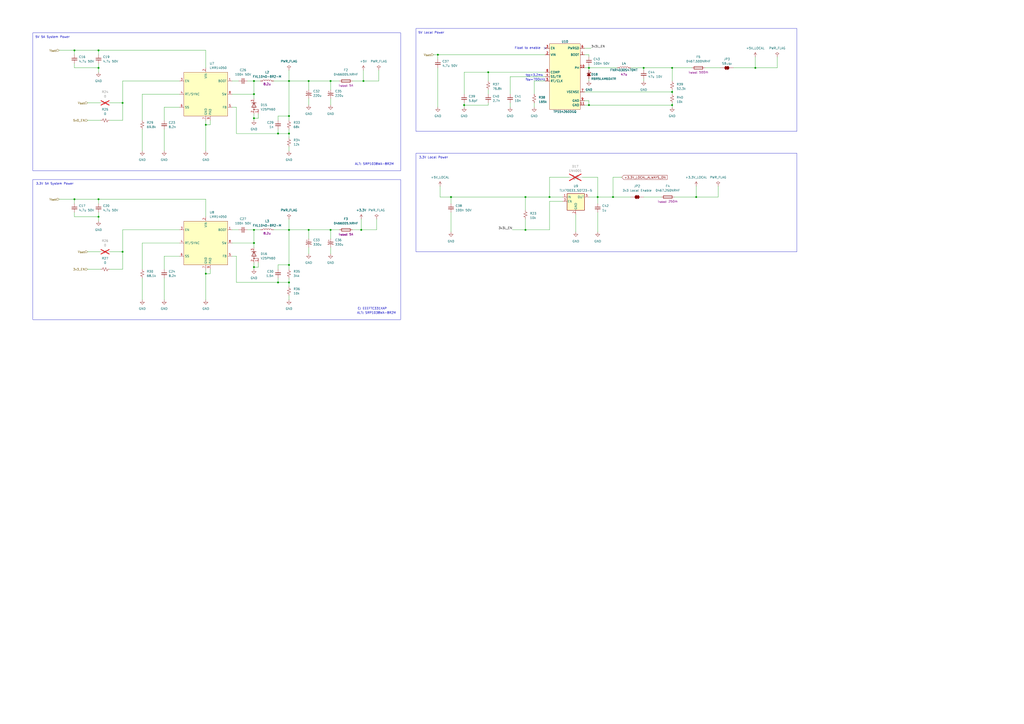
<source format=kicad_sch>
(kicad_sch (version 20231120) (generator "eeschema") (generator_version "8.0")
  (paper "A2")
  (title_block (title "Power Board") (date "2025-01-20") (rev "1.1") (company "SSL A-Team") (comment 1 "Will Stuckey"))
  (lib_symbols
    (symbol "AT-PowerIC:LMR14050"
      (property "Reference" "U" (at -11.684 -14.478 0))
      (property "Value" "LMR14050" (at 0 4.064 0))
      (symbol "LMR14050_1_1"
        (rectangle (start -12.7 12.7) (end 12.7 -12.7) (fill (type background)))
        (pin bidirectional line (at 15.24 7.62 180) (length 2.54) (name "BOOT") (number "1"))
        (pin power_in line (at 0 15.24 270) (length 2.54) (name "VIN") (number "2"))
        (pin input line (at -15.24 7.62 0) (length 2.54) (name "EN") (number "3"))
        (pin input line (at -15.24 0 0) (length 2.54) (name "RT/SYNC") (number "4"))
        (pin input line (at 15.24 -7.62 180) (length 2.54) (name "FB") (number "5"))
        (pin bidirectional line (at -15.24 -7.62 0) (length 2.54) (name "SS") (number "6"))
        (pin power_in line (at 0 -15.24 90) (length 2.54) (name "GND") (number "7"))
        (pin bidirectional line (at 15.24 0 180) (length 2.54) (name "SW") (number "8"))
        (pin power_in line (at 2.54 -15.24 90) (length 2.54) (name "PAD") (number "9"))
      )
    )
    (symbol "AT-PowerIC:TPS54260DGQ"
      (property "Reference" "U" (at 0 21.59 0))
      (property "Value" "TPS54260DGQ" (at 0 -21.59 0))
      (symbol "TPS54260DGQ_0_1"
        (rectangle (start -8.89 19.05) (end 8.89 -19.05) (fill (type background)))
      )
      (symbol "TPS54260DGQ_1_1"
        (pin output line (at 11.43 12.7 180) (length 2.54) (name "BOOT") (number "1"))
        (pin power_out line (at 11.43 5.08 180) (length 2.54) (name "PH") (number "10"))
        (pin power_in line (at 11.43 -16.51 180) (length 2.54) (name "GND") (number "11"))
        (pin power_in line (at -11.43 12.7 0) (length 2.54) (name "VIN") (number "2"))
        (pin input line (at -11.43 16.51 0) (length 2.54) (name "EN") (number "3"))
        (pin input line (at -11.43 0 0) (length 2.54) (name "SS/TR") (number "4"))
        (pin input line (at -11.43 -2.54 0) (length 2.54) (name "RT/CLK") (number "5"))
        (pin open_collector line (at 11.43 16.51 180) (length 2.54) (name "PWRGD") (number "6"))
        (pin input line (at 11.43 -8.89 180) (length 2.54) (name "VSENSE") (number "7"))
        (pin output line (at -11.43 2.54 0) (length 2.54) (name "COMP") (number "8"))
        (pin power_in line (at 11.43 -13.97 180) (length 2.54) (name "GND") (number "9"))
      )
    )
    (symbol "Device:C_Polarized_Small_US" (pin_numbers hide) (pin_names (offset 0.254) hide)
      (property "Reference" "C" (at 0.254 1.778 0))
      (property "Value" "C_Polarized_Small_US" (at 0.254 -2.032 0))
      (symbol "C_Polarized_Small_US_0_1"
        (polyline (pts (xy -1.524 0.508) (xy 1.524 0.508)) (stroke (width 0.3048)))
        (polyline (pts (xy -1.27 1.524) (xy -0.762 1.524)))
        (polyline (pts (xy -1.016 1.27) (xy -1.016 1.778)))
        (arc (start 1.524 -0.762) (mid 0 -0.3734) (end -1.524 -0.762) (stroke (width 0.3048)))
      )
      (symbol "C_Polarized_Small_US_1_1"
        (pin passive line (at 0 2.54 270) (length 2.032) (name "~") (number "1"))
        (pin passive line (at 0 -2.54 90) (length 2.032) (name "~") (number "2"))
      )
    )
    (symbol "Device:C_Small" (pin_numbers hide) (pin_names (offset 0.254) hide)
      (property "Reference" "C" (at 0.254 1.778 0))
      (property "Value" "C_Small" (at 0.254 -2.032 0))
      (symbol "C_Small_0_1"
        (polyline (pts (xy -1.524 -0.508) (xy 1.524 -0.508)) (stroke (width 0.3302)))
        (polyline (pts (xy -1.524 0.508) (xy 1.524 0.508)) (stroke (width 0.3048)))
      )
      (symbol "C_Small_1_1"
        (pin passive line (at 0 2.54 270) (length 2.032) (name "~") (number "1"))
        (pin passive line (at 0 -2.54 90) (length 2.032) (name "~") (number "2"))
      )
    )
    (symbol "Device:D_AAK" (pin_names (offset 0) hide)
      (property "Reference" "D" (at 0 2.54 0))
      (property "Value" "D_AAK" (at 0 -2.54 0))
      (symbol "D_AAK_0_1"
        (polyline (pts (xy -1.27 1.27) (xy -1.27 -1.27)) (stroke (width 0.254)))
        (polyline (pts (xy 1.27 1.27) (xy 1.27 -1.27) (xy -1.27 0) (xy 1.27 1.27)) (stroke (width 0.254)))
        (polyline (pts (xy 3.81 2.54) (xy 2.54 2.54) (xy 2.54 0) (xy -1.27 0)))
        (circle (center 2.54 0) (radius 0.254) (fill (type outline)))
      )
      (symbol "D_AAK_1_1"
        (pin passive line (at 5.08 2.54 180) (length 2.54) (name "A") (number "1"))
        (pin passive line (at 5.08 0 180) (length 2.54) (name "A") (number "2"))
        (pin passive line (at -3.81 0 0) (length 2.54) (name "K") (number "3"))
      )
    )
    (symbol "Device:D_Schottky" (pin_numbers hide) (pin_names (offset 1.016) hide)
      (property "Reference" "D" (at 0 2.54 0))
      (property "Value" "D_Schottky" (at 0 -2.54 0))
      (symbol "D_Schottky_0_1"
        (polyline (pts (xy 1.27 0) (xy -1.27 0)))
        (polyline (pts (xy 1.27 1.27) (xy 1.27 -1.27) (xy -1.27 0) (xy 1.27 1.27)) (stroke (width 0.254)))
        (polyline (pts (xy -1.905 0.635) (xy -1.905 1.27) (xy -1.27 1.27) (xy -1.27 -1.27) (xy -0.635 -1.27) (xy -0.635 -0.635)) (stroke (width 0.254)))
      )
      (symbol "D_Schottky_1_1"
        (pin passive line (at -3.81 0 0) (length 2.54) (name "K") (number "1"))
        (pin passive line (at 3.81 0 180) (length 2.54) (name "A") (number "2"))
      )
    )
    (symbol "Device:D_Schottky_Small_Filled" (pin_numbers hide) (pin_names (offset 0.254) hide)
      (property "Reference" "D" (at -1.27 2.032 0))
      (property "Value" "D_Schottky_Small_Filled" (at -7.112 -2.032 0))
      (symbol "D_Schottky_Small_Filled_0_1"
        (polyline (pts (xy -0.762 0) (xy 0.762 0)))
        (polyline (pts (xy 0.762 -1.016) (xy -0.762 0) (xy 0.762 1.016) (xy 0.762 -1.016)) (stroke (width 0.254)) (fill (type outline)))
        (polyline (pts (xy -1.27 0.762) (xy -1.27 1.016) (xy -0.762 1.016) (xy -0.762 -1.016) (xy -0.254 -1.016) (xy -0.254 -0.762)) (stroke (width 0.254)))
      )
      (symbol "D_Schottky_Small_Filled_1_1"
        (pin passive line (at -2.54 0 0) (length 1.778) (name "K") (number "1"))
        (pin passive line (at 2.54 0 180) (length 1.778) (name "A") (number "2"))
      )
    )
    (symbol "Device:Fuse" (pin_numbers hide) (pin_names (offset 0))
      (property "Reference" "F" (at 2.032 0 90))
      (property "Value" "Fuse" (at -1.905 0 90))
      (symbol "Fuse_0_1"
        (rectangle (start -0.762 -2.54) (end 0.762 2.54) (stroke (width 0.254)))
        (polyline (pts (xy 0 2.54) (xy 0 -2.54)))
      )
      (symbol "Fuse_1_1"
        (pin passive line (at 0 3.81 270) (length 1.27) (name "~") (number "1"))
        (pin passive line (at 0 -3.81 90) (length 1.27) (name "~") (number "2"))
      )
    )
    (symbol "Device:L" (pin_numbers hide) (pin_names (offset 1.016) hide)
      (property "Reference" "L" (at -1.27 0 90))
      (property "Value" "L" (at 1.905 0 90))
      (symbol "L_0_1"
        (arc (start 0 -2.54) (mid 0.6323 -1.905) (end 0 -1.27))
        (arc (start 0 -1.27) (mid 0.6323 -0.635) (end 0 0))
        (arc (start 0 0) (mid 0.6323 0.635) (end 0 1.27))
        (arc (start 0 1.27) (mid 0.6323 1.905) (end 0 2.54))
      )
      (symbol "L_1_1"
        (pin passive line (at 0 3.81 270) (length 1.27) (name "1") (number "1"))
        (pin passive line (at 0 -3.81 90) (length 1.27) (name "2") (number "2"))
      )
    )
    (symbol "Device:R_Small_US" (pin_numbers hide) (pin_names (offset 0.254) hide)
      (property "Reference" "R" (at 0.762 0.508 0))
      (property "Value" "R_Small_US" (at 0.762 -1.016 0))
      (symbol "R_Small_US_1_1"
        (polyline (pts (xy 0 0) (xy 1.016 -0.381) (xy 0 -0.762) (xy -1.016 -1.143) (xy 0 -1.524)))
        (polyline (pts (xy 0 1.524) (xy 1.016 1.143) (xy 0 0.762) (xy -1.016 0.381) (xy 0 0)))
        (pin passive line (at 0 2.54 270) (length 1.016) (name "~") (number "1"))
        (pin passive line (at 0 -2.54 90) (length 1.016) (name "~") (number "2"))
      )
    )
    (symbol "Jumper:SolderJumper_2_Bridged" (pin_numbers hide) (pin_names (offset 0) hide) (exclude_from_sim yes) (in_bom no)
      (property "Reference" "JP" (at 0 2.032 0))
      (property "Value" "SolderJumper_2_Bridged" (at 0 -2.54 0))
      (symbol "SolderJumper_2_Bridged_0_1"
        (rectangle (start -0.508 0.508) (end 0.508 -0.508) (fill (type outline)))
        (arc (start -0.254 1.016) (mid -1.2656 0) (end -0.254 -1.016))
        (arc (start -0.254 1.016) (mid -1.2656 0) (end -0.254 -1.016) (fill (type outline)))
        (polyline (pts (xy -0.254 1.016) (xy -0.254 -1.016)))
        (polyline (pts (xy 0.254 1.016) (xy 0.254 -1.016)))
        (arc (start 0.254 -1.016) (mid 1.2656 0) (end 0.254 1.016))
        (arc (start 0.254 -1.016) (mid 1.2656 0) (end 0.254 1.016) (fill (type outline)))
      )
      (symbol "SolderJumper_2_Bridged_1_1"
        (pin passive line (at -3.81 0 0) (length 2.54) (name "A") (number "1"))
        (pin passive line (at 3.81 0 180) (length 2.54) (name "B") (number "2"))
      )
    )
    (symbol "Regulator_Linear:TLV70033_SOT23-5" (pin_names (offset 0.254))
      (property "Reference" "U" (at -3.81 5.715 0))
      (property "Value" "TLV70033_SOT23-5" (at 0 5.715 0))
      (symbol "TLV70033_SOT23-5_0_1"
        (rectangle (start -5.08 4.445) (end 5.08 -5.08) (stroke (width 0.254)) (fill (type background)))
      )
      (symbol "TLV70033_SOT23-5_1_1"
        (pin power_in line (at -7.62 2.54 0) (length 2.54) (name "IN") (number "1"))
        (pin power_in line (at 0 -7.62 90) (length 2.54) (name "GND") (number "2"))
        (pin input line (at -7.62 0 0) (length 2.54) (name "EN") (number "3"))
        (pin no_connect line (at 5.08 0 180) (length 2.54) hide (name "NC") (number "4"))
        (pin power_out line (at 7.62 2.54 180) (length 2.54) (name "OUT") (number "5"))
      )
    )
    (symbol "power:+3.3V" (power) (pin_numbers hide) (pin_names (offset 0) hide)
      (property "Value" "+3.3V" (at 0 3.556 0))
      (symbol "+3.3V_0_1"
        (polyline (pts (xy -0.762 1.27) (xy 0 2.54)))
        (polyline (pts (xy 0 0) (xy 0 2.54)))
        (polyline (pts (xy 0 2.54) (xy 0.762 1.27)))
      )
      (symbol "+3.3V_1_1"
        (pin power_in line (at 0 0 90) (length 0) (name "~") (number "1"))
      )
    )
    (symbol "power:+5V" (power) (pin_numbers hide) (pin_names (offset 0) hide)
      (property "Value" "+5V" (at 0 3.556 0))
      (symbol "+5V_0_1"
        (polyline (pts (xy -0.762 1.27) (xy 0 2.54)))
        (polyline (pts (xy 0 0) (xy 0 2.54)))
        (polyline (pts (xy 0 2.54) (xy 0.762 1.27)))
      )
      (symbol "+5V_1_1"
        (pin power_in line (at 0 0 90) (length 0) (name "~") (number "1"))
      )
    )
    (symbol "power:GND" (power) (pin_numbers hide) (pin_names (offset 0) hide)
      (property "Value" "GND" (at 0 -3.81 0))
      (symbol "GND_0_1"
        (polyline (pts (xy 0 0) (xy 0 -1.27) (xy 1.27 -1.27) (xy 0 -2.54) (xy -1.27 -1.27) (xy 0 -1.27)))
      )
      (symbol "GND_1_1"
        (pin power_in line (at 0 0 270) (length 0) (name "~") (number "1"))
      )
    )
    (symbol "power:PWR_FLAG" (power) (pin_numbers hide) (pin_names (offset 0) hide)
      (property "Value" "PWR_FLAG" (at 0 3.81 0))
      (symbol "PWR_FLAG_0_0"
        (pin power_out line (at 0 0 90) (length 0) (name "pwr") (number "1"))
      )
      (symbol "PWR_FLAG_0_1"
        (polyline (pts (xy 0 0) (xy 0 1.27) (xy -1.016 1.905) (xy 0 2.54) (xy 1.016 1.905) (xy 0 1.27)))
      )
    )
  )
  (junction (at 210.82 46.99))
  (junction (at 147.32 46.99))
  (junction (at 389.89 39.37))
  (junction (at 179.07 46.99))
  (junction (at 403.86 114.3))
  (junction (at 147.32 133.35))
  (junction (at 261.62 114.3))
  (junction (at 389.89 53.34))
  (junction (at 346.71 114.3))
  (junction (at 167.64 46.99))
  (junction (at 209.55 133.35))
  (junction (at 57.15 125.73))
  (junction (at 304.8 114.3))
  (junction (at 341.63 39.37))
  (junction (at 71.12 146.05))
  (junction (at 57.15 39.37))
  (junction (at 373.38 39.37))
  (junction (at 161.29 163.83))
  (junction (at 438.15 39.37))
  (junction (at 254 31.75))
  (junction (at 147.32 54.61))
  (junction (at 167.64 163.83))
  (junction (at 355.6 114.3))
  (junction (at 71.12 59.69))
  (junction (at 43.18 29.21))
  (junction (at 147.32 154.94))
  (junction (at 119.38 72.39))
  (junction (at 191.77 46.99))
  (junction (at 167.64 153.67))
  (junction (at 167.64 133.35))
  (junction (at 389.89 60.96))
  (junction (at 119.38 158.75))
  (junction (at 43.18 115.57))
  (junction (at 147.32 68.58))
  (junction (at 147.32 140.97))
  (junction (at 304.8 133.35))
  (junction (at 179.07 133.35))
  (junction (at 57.15 29.21))
  (junction (at 57.15 115.57))
  (junction (at 161.29 77.47))
  (junction (at 283.21 41.91))
  (junction (at 167.64 67.31))
  (junction (at 191.77 133.35))
  (junction (at 269.24 60.96))
  (junction (at 341.63 60.96))
  (junction (at 318.77 114.3))
  (junction (at 167.64 77.47))
  (no_connect (at 316.23 27.94))
  (wire (pts (xy 71.12 59.69) (xy 71.12 69.85)))
  (wire (pts (xy 269.24 59.69) (xy 269.24 60.96)))
  (wire (pts (xy 57.15 125.73) (xy 43.18 125.73)))
  (wire (pts (xy 191.77 133.35) (xy 196.85 133.35)))
  (wire (pts (xy 318.77 102.87) (xy 318.77 114.3)))
  (wire (pts (xy 255.27 114.3) (xy 261.62 114.3)))
  (wire (pts (xy 167.64 133.35) (xy 158.75 133.35)))
  (wire (pts (xy 167.64 127) (xy 167.64 133.35)))
  (wire (pts (xy 342.9 27.94) (xy 339.09 27.94)))
  (wire (pts (xy 121.92 72.39) (xy 119.38 72.39)))
  (wire (pts (xy 161.29 74.93) (xy 161.29 77.47)))
  (wire (pts (xy 179.07 52.07) (xy 179.07 46.99)))
  (wire (pts (xy 438.15 33.02) (xy 438.15 39.37)))
  (wire (pts (xy 71.12 133.35) (xy 71.12 146.05)))
  (wire (pts (xy 339.09 39.37) (xy 341.63 39.37)))
  (wire (pts (xy 71.12 69.85) (xy 63.5 69.85)))
  (wire (pts (xy 43.18 115.57) (xy 57.15 115.57)))
  (wire (pts (xy 71.12 146.05) (xy 71.12 156.21)))
  (wire (pts (xy 158.75 46.99) (xy 167.64 46.99)))
  (wire (pts (xy 137.16 77.47) (xy 137.16 62.23)))
  (wire (pts (xy 82.55 161.29) (xy 82.55 173.99)))
  (wire (pts (xy 167.64 133.35) (xy 167.64 153.67)))
  (wire (pts (xy 346.71 114.3) (xy 355.6 114.3)))
  (wire (pts (xy 161.29 69.85) (xy 161.29 67.31)))
  (wire (pts (xy 167.64 163.83) (xy 167.64 166.37)))
  (wire (pts (xy 179.07 46.99) (xy 191.77 46.99)))
  (wire (pts (xy 57.15 29.21) (xy 57.15 31.75)))
  (wire (pts (xy 147.32 54.61) (xy 147.32 57.15)))
  (wire (pts (xy 167.64 161.29) (xy 167.64 163.83)))
  (wire (pts (xy 57.15 39.37) (xy 57.15 41.91)))
  (wire (pts (xy 416.56 107.95) (xy 416.56 114.3)))
  (wire (pts (xy 309.88 46.99) (xy 316.23 46.99)))
  (wire (pts (xy 191.77 52.07) (xy 191.77 46.99)))
  (wire (pts (xy 167.64 153.67) (xy 167.64 156.21)))
  (wire (pts (xy 147.32 152.4) (xy 147.32 154.94)))
  (wire (pts (xy 50.8 69.85) (xy 58.42 69.85)))
  (wire (pts (xy 167.64 85.09) (xy 167.64 87.63)))
  (wire (pts (xy 137.16 148.59) (xy 134.62 148.59)))
  (wire (pts (xy 161.29 156.21) (xy 161.29 153.67)))
  (wire (pts (xy 403.86 114.3) (xy 416.56 114.3)))
  (wire (pts (xy 389.89 39.37) (xy 401.32 39.37)))
  (wire (pts (xy 147.32 133.35) (xy 151.13 133.35)))
  (wire (pts (xy 341.63 38.1) (xy 341.63 39.37)))
  (wire (pts (xy 254 31.75) (xy 316.23 31.75)))
  (wire (pts (xy 389.89 53.34) (xy 389.89 54.61)))
  (wire (pts (xy 137.16 62.23) (xy 134.62 62.23)))
  (wire (pts (xy 346.71 114.3) (xy 346.71 118.11)))
  (wire (pts (xy 121.92 69.85) (xy 121.92 72.39)))
  (wire (pts (xy 147.32 66.04) (xy 147.32 68.58)))
  (wire (pts (xy 389.89 59.69) (xy 389.89 60.96)))
  (wire (pts (xy 95.25 62.23) (xy 95.25 69.85)))
  (wire (pts (xy 355.6 102.87) (xy 355.6 114.3)))
  (wire (pts (xy 318.77 133.35) (xy 318.77 116.84)))
  (wire (pts (xy 309.88 54.61) (xy 309.88 46.99)))
  (wire (pts (xy 209.55 127) (xy 209.55 133.35)))
  (wire (pts (xy 71.12 156.21) (xy 63.5 156.21)))
  (wire (pts (xy 57.15 115.57) (xy 119.38 115.57)))
  (wire (pts (xy 161.29 161.29) (xy 161.29 163.83)))
  (wire (pts (xy 341.63 39.37) (xy 358.14 39.37)))
  (wire (pts (xy 219.71 46.99) (xy 210.82 46.99)))
  (wire (pts (xy 283.21 59.69) (xy 283.21 60.96)))
  (wire (pts (xy 119.38 156.21) (xy 119.38 158.75)))
  (wire (pts (xy 254 31.75) (xy 254 34.29)))
  (wire (pts (xy 309.88 59.69) (xy 309.88 62.23)))
  (wire (pts (xy 82.55 54.61) (xy 104.14 54.61)))
  (wire (pts (xy 134.62 46.99) (xy 138.43 46.99)))
  (wire (pts (xy 360.68 102.87) (xy 355.6 102.87)))
  (wire (pts (xy 179.07 57.15) (xy 179.07 60.96)))
  (wire (pts (xy 43.18 125.73) (xy 43.18 123.19)))
  (wire (pts (xy 57.15 29.21) (xy 119.38 29.21)))
  (wire (pts (xy 355.6 114.3) (xy 365.76 114.3)))
  (wire (pts (xy 167.64 46.99) (xy 167.64 67.31)))
  (wire (pts (xy 167.64 46.99) (xy 179.07 46.99)))
  (wire (pts (xy 295.91 59.69) (xy 295.91 62.23)))
  (wire (pts (xy 373.38 45.72) (xy 373.38 46.99)))
  (wire (pts (xy 134.62 140.97) (xy 147.32 140.97)))
  (wire (pts (xy 341.63 45.72) (xy 341.63 46.99)))
  (wire (pts (xy 373.38 39.37) (xy 373.38 40.64)))
  (wire (pts (xy 318.77 114.3) (xy 326.39 114.3)))
  (wire (pts (xy 147.32 154.94) (xy 149.86 154.94)))
  (wire (pts (xy 254 39.37) (xy 254 62.23)))
  (wire (pts (xy 450.85 33.02) (xy 450.85 39.37)))
  (wire (pts (xy 389.89 60.96) (xy 389.89 62.23)))
  (wire (pts (xy 119.38 158.75) (xy 119.38 173.99)))
  (wire (pts (xy 57.15 125.73) (xy 57.15 128.27)))
  (wire (pts (xy 134.62 133.35) (xy 138.43 133.35)))
  (wire (pts (xy 295.91 44.45) (xy 316.23 44.45)))
  (wire (pts (xy 191.77 138.43) (xy 191.77 133.35)))
  (wire (pts (xy 147.32 140.97) (xy 147.32 133.35)))
  (wire (pts (xy 43.18 115.57) (xy 43.18 118.11)))
  (wire (pts (xy 167.64 74.93) (xy 167.64 77.47)))
  (wire (pts (xy 119.38 115.57) (xy 119.38 125.73)))
  (wire (pts (xy 95.25 161.29) (xy 95.25 173.99)))
  (wire (pts (xy 346.71 114.3) (xy 341.63 114.3)))
  (wire (pts (xy 161.29 163.83) (xy 167.64 163.83)))
  (wire (pts (xy 304.8 133.35) (xy 318.77 133.35)))
  (wire (pts (xy 179.07 143.51) (xy 179.07 147.32)))
  (wire (pts (xy 425.45 39.37) (xy 438.15 39.37)))
  (wire (pts (xy 43.18 29.21) (xy 57.15 29.21)))
  (wire (pts (xy 34.29 29.21) (xy 43.18 29.21)))
  (wire (pts (xy 316.23 41.91) (xy 283.21 41.91)))
  (wire (pts (xy 57.15 39.37) (xy 43.18 39.37)))
  (wire (pts (xy 119.38 72.39) (xy 119.38 87.63)))
  (wire (pts (xy 283.21 41.91) (xy 283.21 46.99)))
  (wire (pts (xy 255.27 107.95) (xy 255.27 114.3)))
  (wire (pts (xy 218.44 127) (xy 218.44 133.35)))
  (wire (pts (xy 137.16 77.47) (xy 161.29 77.47)))
  (wire (pts (xy 71.12 46.99) (xy 104.14 46.99)))
  (wire (pts (xy 167.64 77.47) (xy 167.64 80.01)))
  (wire (pts (xy 304.8 114.3) (xy 304.8 121.92)))
  (wire (pts (xy 167.64 133.35) (xy 179.07 133.35)))
  (wire (pts (xy 147.32 46.99) (xy 151.13 46.99)))
  (wire (pts (xy 210.82 46.99) (xy 204.47 46.99)))
  (wire (pts (xy 339.09 31.75) (xy 341.63 31.75)))
  (wire (pts (xy 297.18 133.35) (xy 304.8 133.35)))
  (wire (pts (xy 219.71 40.64) (xy 219.71 46.99)))
  (wire (pts (xy 330.2 102.87) (xy 318.77 102.87)))
  (wire (pts (xy 161.29 67.31) (xy 167.64 67.31)))
  (wire (pts (xy 408.94 39.37) (xy 417.83 39.37)))
  (wire (pts (xy 209.55 133.35) (xy 204.47 133.35)))
  (wire (pts (xy 134.62 54.61) (xy 147.32 54.61)))
  (wire (pts (xy 63.5 146.05) (xy 71.12 146.05)))
  (wire (pts (xy 167.64 67.31) (xy 167.64 69.85)))
  (wire (pts (xy 149.86 66.04) (xy 149.86 68.58)))
  (wire (pts (xy 82.55 140.97) (xy 104.14 140.97)))
  (wire (pts (xy 269.24 60.96) (xy 269.24 62.23)))
  (wire (pts (xy 389.89 39.37) (xy 389.89 46.99)))
  (wire (pts (xy 339.09 53.34) (xy 389.89 53.34)))
  (wire (pts (xy 251.46 31.75) (xy 254 31.75)))
  (wire (pts (xy 43.18 39.37) (xy 43.18 36.83)))
  (wire (pts (xy 43.18 29.21) (xy 43.18 31.75)))
  (wire (pts (xy 147.32 68.58) (xy 147.32 69.85)))
  (wire (pts (xy 295.91 44.45) (xy 295.91 54.61)))
  (wire (pts (xy 304.8 114.3) (xy 318.77 114.3)))
  (wire (pts (xy 218.44 133.35) (xy 209.55 133.35)))
  (wire (pts (xy 147.32 140.97) (xy 147.32 143.51)))
  (wire (pts (xy 341.63 60.96) (xy 389.89 60.96)))
  (wire (pts (xy 341.63 58.42) (xy 341.63 60.96)))
  (wire (pts (xy 50.8 59.69) (xy 58.42 59.69)))
  (wire (pts (xy 167.64 40.64) (xy 167.64 46.99)))
  (wire (pts (xy 121.92 156.21) (xy 121.92 158.75)))
  (wire (pts (xy 161.29 153.67) (xy 167.64 153.67)))
  (wire (pts (xy 50.8 156.21) (xy 58.42 156.21)))
  (wire (pts (xy 95.25 74.93) (xy 95.25 87.63)))
  (wire (pts (xy 346.71 123.19) (xy 346.71 134.62)))
  (wire (pts (xy 389.89 52.07) (xy 389.89 53.34)))
  (wire (pts (xy 149.86 152.4) (xy 149.86 154.94)))
  (wire (pts (xy 147.32 133.35) (xy 143.51 133.35)))
  (wire (pts (xy 269.24 41.91) (xy 269.24 54.61)))
  (wire (pts (xy 334.01 124.46) (xy 334.01 134.62)))
  (wire (pts (xy 365.76 39.37) (xy 373.38 39.37)))
  (wire (pts (xy 210.82 40.64) (xy 210.82 46.99)))
  (wire (pts (xy 318.77 116.84) (xy 326.39 116.84)))
  (wire (pts (xy 161.29 77.47) (xy 167.64 77.47)))
  (wire (pts (xy 261.62 123.19) (xy 261.62 134.62)))
  (wire (pts (xy 71.12 46.99) (xy 71.12 59.69)))
  (wire (pts (xy 104.14 148.59) (xy 95.25 148.59)))
  (wire (pts (xy 104.14 62.23) (xy 95.25 62.23)))
  (wire (pts (xy 119.38 29.21) (xy 119.38 39.37)))
  (wire (pts (xy 57.15 36.83) (xy 57.15 39.37)))
  (wire (pts (xy 121.92 158.75) (xy 119.38 158.75)))
  (wire (pts (xy 167.64 171.45) (xy 167.64 173.99)))
  (wire (pts (xy 179.07 133.35) (xy 191.77 133.35)))
  (wire (pts (xy 391.16 114.3) (xy 403.86 114.3)))
  (wire (pts (xy 147.32 68.58) (xy 149.86 68.58)))
  (wire (pts (xy 63.5 59.69) (xy 71.12 59.69)))
  (wire (pts (xy 269.24 41.91) (xy 283.21 41.91)))
  (wire (pts (xy 137.16 163.83) (xy 161.29 163.83)))
  (wire (pts (xy 147.32 46.99) (xy 143.51 46.99)))
  (wire (pts (xy 82.55 69.85) (xy 82.55 54.61)))
  (wire (pts (xy 95.25 148.59) (xy 95.25 156.21)))
  (wire (pts (xy 403.86 114.3) (xy 403.86 107.95)))
  (wire (pts (xy 341.63 39.37) (xy 341.63 40.64)))
  (wire (pts (xy 82.55 156.21) (xy 82.55 140.97)))
  (wire (pts (xy 339.09 60.96) (xy 341.63 60.96)))
  (wire (pts (xy 82.55 74.93) (xy 82.55 87.63)))
  (wire (pts (xy 71.12 133.35) (xy 104.14 133.35)))
  (wire (pts (xy 147.32 54.61) (xy 147.32 46.99)))
  (wire (pts (xy 34.29 115.57) (xy 43.18 115.57)))
  (wire (pts (xy 179.07 138.43) (xy 179.07 133.35)))
  (wire (pts (xy 283.21 52.07) (xy 283.21 54.61)))
  (wire (pts (xy 57.15 115.57) (xy 57.15 118.11)))
  (wire (pts (xy 191.77 46.99) (xy 196.85 46.99)))
  (wire (pts (xy 373.38 39.37) (xy 389.89 39.37)))
  (wire (pts (xy 261.62 114.3) (xy 261.62 118.11)))
  (wire (pts (xy 57.15 123.19) (xy 57.15 125.73)))
  (wire (pts (xy 119.38 69.85) (xy 119.38 72.39)))
  (wire (pts (xy 191.77 57.15) (xy 191.77 60.96)))
  (wire (pts (xy 50.8 146.05) (xy 58.42 146.05)))
  (wire (pts (xy 337.82 102.87) (xy 346.71 102.87)))
  (wire (pts (xy 438.15 39.37) (xy 450.85 39.37)))
  (wire (pts (xy 341.63 31.75) (xy 341.63 33.02)))
  (wire (pts (xy 261.62 114.3) (xy 304.8 114.3)))
  (wire (pts (xy 147.32 154.94) (xy 147.32 156.21)))
  (wire (pts (xy 191.77 143.51) (xy 191.77 147.32)))
  (wire (pts (xy 346.71 102.87) (xy 346.71 114.3)))
  (wire (pts (xy 304.8 127) (xy 304.8 133.35)))
  (wire (pts (xy 137.16 163.83) (xy 137.16 148.59)))
  (wire (pts (xy 269.24 60.96) (xy 283.21 60.96)))
  (wire (pts (xy 373.38 114.3) (xy 383.54 114.3)))
  (wire (pts (xy 339.09 58.42) (xy 341.63 58.42)))
  (rectangle (start 241.3 88.9) (end 462.28 146.05))
  (rectangle (start 241.3 16.51) (end 462.28 76.2))
  (rectangle (start 19.05 104.14) (end 232.41 185.42))
  (rectangle (start 19.05 19.05) (end 232.41 99.06))
  (text "ALT: SRP1038WA-8R2M" (at 217.17 95.25 0) (effects (font (size 1.27 1.27))))
  (text "5V 5A System Power" (at 30.48 21.59 0) (effects (font (size 1.27 1.27))))
  (text "Float to enable" (at 306.07 27.94 0) (effects (font (size 1.27 1.27))))
  (text "C: EEEFTC331XAP" (at 215.9 179.07 0) (effects (font (size 1.27 1.27))))
  (text "3.3V 5A System Power\n" (at 31.75 106.68 0) (effects (font (size 1.27 1.27))))
  (text "f_{SW}=700kHz" (at 304.8 46.99 0) (effects (font (size 1.27 1.27)) (justify left bottom)))
  (text "ALT: SRP1038WA-8R2M" (at 218.44 181.61 0) (effects (font (size 1.27 1.27))))
  (text "3.3V Local Power" (at 251.46 91.44 0) (effects (font (size 1.27 1.27))))
  (text "t_{SS}=3.2ms" (at 304.8 44.45 0) (effects (font (size 1.27 1.27)) (justify left bottom)))
  (text "5V Local Power" (at 250.19 19.05 0) (effects (font (size 1.27 1.27))))
  (label "3v3L_EN" (at 342.9 27.94 0))
  (label "3v3L_EN" (at 297.18 133.35 180))
  (global_label "+3.3V_LOCAL_ALWAYS_ON" (shape input) (at 360.68 102.87 0) (property "Intersheetrefs" "${INTERSHEET_REFS}" (effects (hide yes))))
  (hierarchical_label "V_{batt}" (shape input) (at 50.8 59.69 180))
  (hierarchical_label "3v3_EN" (shape input) (at 50.8 156.21 180))
  (hierarchical_label "V_{batt}" (shape input) (at 50.8 146.05 180))
  (hierarchical_label "V_{batt}" (shape input) (at 251.46 31.75 180))
  (hierarchical_label "V_{batt}" (shape input) (at 34.29 29.21 180))
  (hierarchical_label "V_{batt}" (shape input) (at 34.29 115.57 180))
  (hierarchical_label "5v0_EN" (shape input) (at 50.8 69.85 180))
  (symbol (lib_id "Device:C_Small") (at 140.97 133.35 90) (mirror x) (unit 1)
    (property "Reference" "C27" (at 140.9763 127 90))
    (property "Value" "100n 50V" (at 140.9763 129.54 90))
    (property "Footprint" "Capacitor_SMD:C_0402_1005Metric" (effects (hide yes)))
  )
  (symbol (lib_id "Device:R_Small_US") (at 389.89 57.15 0) (unit 1)
    (property "Reference" "R40" (at 392.43 56.515 0) (effects (justify left)))
    (property "Value" "10k" (at 392.43 59.055 0) (effects (justify left)))
    (property "Footprint" "Resistor_SMD:R_0402_1005Metric" (effects (hide yes)))
  )
  (symbol (lib_id "Device:C_Small") (at 57.15 34.29 0) (mirror y) (unit 1)
    (property "Reference" "C19" (at 59.69 33.0262 0) (effects (justify right)))
    (property "Value" "4.7u 50V" (at 59.69 35.5662 0) (effects (justify right)))
    (property "Footprint" "Capacitor_SMD:C_0805_2012Metric" (effects (hide yes)))
  )
  (symbol (lib_id "Device:C_Small") (at 57.15 120.65 0) (mirror y) (unit 1)
    (property "Reference" "C20" (at 59.69 119.3862 0) (effects (justify right)))
    (property "Value" "4.7u 50V" (at 59.69 121.9262 0) (effects (justify right)))
    (property "Footprint" "Capacitor_SMD:C_0805_2012Metric" (effects (hide yes)))
  )
  (symbol (lib_id "Device:R_Small_US") (at 304.8 124.46 0) (unit 1)
    (property "Reference" "R23" (at 307.34 123.825 0) (effects (justify left)))
    (property "Value" "10k" (at 307.34 126.365 0) (effects (justify left)))
    (property "Footprint" "Resistor_SMD:R_0402_1005Metric" (effects (hide yes)))
  )
  (symbol (lib_id "Device:Fuse") (at 200.66 46.99 90) (unit 1)
    (property "Reference" "F2" (at 200.66 40.64 90))
    (property "Value" "0466005.NRHF" (at 200.66 43.18 90))
    (property "Footprint" "Fuse:Fuse_1206_3216Metric_Pad1.42x1.75mm_HandSolder" (effects (hide yes)))
    (property "Description" "Fuse" (effects (hide yes)))
    (property "I_{rated}" "5A" (at 200.66 49.53 90) (show_name yes))
  )
  (symbol (lib_id "power:GND") (at 82.55 87.63 0) (unit 1)
    (property "Reference" "#PWR058" (effects (hide yes)))
    (property "Value" "GND" (at 82.55 92.71 0))
    (property "Description" "Power symbol creates a global label with name \"GND\" , ground" (effects (hide yes)))
  )
  (symbol (lib_id "power:GND") (at 261.62 134.62 0) (unit 1)
    (property "Reference" "#PWR083" (effects (hide yes)))
    (property "Value" "GND" (at 261.62 139.954 0))
  )
  (symbol (lib_id "Device:D_AAK") (at 147.32 60.96 270) (unit 1)
    (property "Reference" "D15" (at 151.13 60.8964 90) (effects (justify left)))
    (property "Value" "V25PN60" (at 151.13 63.4364 90) (effects (justify left)))
    (property "Footprint" "Package_TO_SOT_SMD:TO-277A" (effects (hide yes)))
    (property "Description" "Diode, anode on pins 1 and 2" (effects (hide yes)))
  )
  (symbol (lib_id "power:+5V") (at 210.82 40.64 0) (unit 1)
    (property "Reference" "#PWR080" (effects (hide yes)))
    (property "Value" "+5V" (at 210.82 35.56 0))
    (property "Description" "Power symbol creates a global label with name \"+5V\"" (effects (hide yes)))
  )
  (symbol (lib_id "Device:R_Small_US") (at 60.96 156.21 90) (unit 1)
    (property "Reference" "R27" (at 60.96 149.86 90))
    (property "Value" "0" (at 60.96 152.4 90))
    (property "Footprint" "Resistor_SMD:R_0402_1005Metric" (effects (hide yes)))
    (property "Description" "Resistor, small US symbol" (effects (hide yes)))
  )
  (symbol (lib_id "Device:C_Small") (at 341.63 35.56 0) (unit 1)
    (property "Reference" "C43" (at 344.17 34.2962 0) (effects (justify left)))
    (property "Value" "100n 50V" (at 344.17 36.8362 0) (effects (justify left)))
    (property "Footprint" "Capacitor_SMD:C_0402_1005Metric" (effects (hide yes)))
  )
  (symbol (lib_id "AT-PowerIC:TPS54260DGQ") (at 327.66 44.45 0) (unit 1)
    (property "Reference" "U10" (at 327.66 24.13 0))
    (property "Value" "TPS54260DGQ" (at 327.66 64.77 0))
    (property "Footprint" "Package_SO:HVSSOP-10-1EP_3x3mm_P0.5mm_EP1.57x1.88mm" (effects (hide yes)))
  )
  (symbol (lib_id "Device:R_Small_US") (at 167.64 82.55 180) (unit 1)
    (property "Reference" "R34" (at 170.18 81.2799 0) (effects (justify right)))
    (property "Value" "12k" (at 170.18 83.8199 0) (effects (justify right)))
    (property "Footprint" "Resistor_SMD:R_0402_1005Metric" (effects (hide yes)))
    (property "Description" "Resistor, small US symbol" (effects (hide yes)))
  )
  (symbol (lib_id "Device:C_Small") (at 346.71 120.65 0) (mirror y) (unit 1)
    (property "Reference" "C42" (at 349.25 119.3862 0) (effects (justify right)))
    (property "Value" "1u" (at 349.25 121.9262 0) (effects (justify right)))
    (property "Footprint" "Capacitor_SMD:C_1206_3216Metric" (effects (hide yes)))
  )
  (symbol (lib_id "Device:C_Small") (at 261.62 120.65 0) (unit 1)
    (property "Reference" "C38" (at 264.16 119.3862 0) (effects (justify left)))
    (property "Value" "100n 50V" (at 264.16 121.9262 0) (effects (justify left)))
    (property "Footprint" "Capacitor_SMD:C_0402_1005Metric" (effects (hide yes)))
  )
  (symbol (lib_id "Device:C_Polarized_Small_US") (at 191.77 54.61 0) (unit 1)
    (property "Reference" "C35" (at 194.31 52.9081 0) (effects (justify left)))
    (property "Value" "220u" (at 194.31 55.4481 0) (effects (justify left)))
    (property "Footprint" "Capacitor_SMD:CP_Elec_6.3x5.8" (effects (hide yes)))
    (property "Datasheet" "https://industrial.panasonic.com/cdbs/www-data/pdf/RDE0000/ABA0000C1240.pdf" (effects (hide yes)))
    (property "Description" "Polarized capacitor, small US symbol" (effects (hide yes)))
    (property "C" "220u" (effects (hide yes)))
  )
  (symbol (lib_id "Device:C_Small") (at 269.24 57.15 0) (unit 1)
    (property "Reference" "C39" (at 271.78 55.8862 0) (effects (justify left)))
    (property "Value" "5.6pF" (at 271.78 58.4262 0) (effects (justify left)))
    (property "Footprint" "Capacitor_SMD:C_0402_1005Metric" (effects (hide yes)))
  )
  (symbol (lib_id "Device:R_Small_US") (at 60.96 146.05 90) (unit 1) (dnp yes)
    (property "Reference" "R26" (at 60.96 139.7 90))
    (property "Value" "0" (at 60.96 142.24 90))
    (property "Footprint" "Resistor_SMD:R_0402_1005Metric" (effects (hide yes)))
    (property "Description" "Resistor, small US symbol" (effects (hide yes)))
  )
  (symbol (lib_id "Device:C_Small") (at 373.38 43.18 0) (unit 1)
    (property "Reference" "C44" (at 375.92 41.9162 0) (effects (justify left)))
    (property "Value" "47u 10V" (at 375.92 44.4562 0) (effects (justify left)))
    (property "Footprint" "Capacitor_SMD:C_1210_3225Metric" (effects (hide yes)))
  )
  (symbol (lib_id "power:GND") (at 295.91 62.23 0) (unit 1)
    (property "Reference" "#PWR086" (effects (hide yes)))
    (property "Value" "GND" (at 295.91 67.31 0))
  )
  (symbol (lib_id "Device:C_Polarized_Small_US") (at 191.77 140.97 0) (unit 1)
    (property "Reference" "C36" (at 194.31 139.2681 0) (effects (justify left)))
    (property "Value" "330u" (at 194.31 141.8081 0) (effects (justify left)))
    (property "Footprint" "Capacitor_SMD:CP_Elec_6.3x7.7" (effects (hide yes)))
    (property "Datasheet" "https://api.pim.na.industrial.panasonic.com/file_stream/main/fileversion/3101" (effects (hide yes)))
    (property "Description" "Polarized capacitor, small US symbol" (effects (hide yes)))
  )
  (symbol (lib_id "power:GND") (at 269.24 62.23 0) (unit 1)
    (property "Reference" "#PWR084" (effects (hide yes)))
    (property "Value" "GND" (at 269.24 67.31 0))
  )
  (symbol (lib_id "power:PWR_FLAG") (at 416.56 107.95 0) (unit 1)
    (property "Reference" "#FLG09" (effects (hide yes)))
    (property "Value" "PWR_FLAG" (at 416.56 102.87 0))
  )
  (symbol (lib_id "power:GND") (at 119.38 87.63 0) (unit 1)
    (property "Reference" "#PWR064" (effects (hide yes)))
    (property "Value" "GND" (at 119.38 92.71 0))
    (property "Description" "Power symbol creates a global label with name \"GND\" , ground" (effects (hide yes)))
  )
  (symbol (lib_id "Device:D_AAK") (at 147.32 147.32 270) (unit 1)
    (property "Reference" "D16" (at 151.13 147.2564 90) (effects (justify left)))
    (property "Value" "V25PN60" (at 151.13 149.7964 90) (effects (justify left)))
    (property "Footprint" "Package_TO_SOT_SMD:TO-277A" (effects (hide yes)))
    (property "Description" "Diode, anode on pins 1 and 2" (effects (hide yes)))
  )
  (symbol (lib_id "power:GND") (at 147.32 156.21 0) (unit 1)
    (property "Reference" "#PWR068" (effects (hide yes)))
    (property "Value" "GND" (at 147.32 161.29 0))
    (property "Description" "Power symbol creates a global label with name \"GND\" , ground" (effects (hide yes)))
  )
  (symbol (lib_id "power:GND") (at 346.71 134.62 0) (mirror y) (unit 1)
    (property "Reference" "#PWR087" (effects (hide yes)))
    (property "Value" "GND" (at 346.71 139.954 0))
  )
  (symbol (lib_id "Device:R_Small_US") (at 283.21 49.53 0) (unit 1)
    (property "Reference" "R37" (at 285.75 48.895 0) (effects (justify left)))
    (property "Value" "76.8k" (at 285.75 51.435 0) (effects (justify left)))
    (property "Footprint" "Resistor_SMD:R_0402_1005Metric" (effects (hide yes)))
  )
  (symbol (lib_id "Device:Fuse") (at 200.66 133.35 90) (unit 1)
    (property "Reference" "F3" (at 200.66 127 90))
    (property "Value" "0466005.NRHF" (at 200.66 129.54 90))
    (property "Footprint" "Fuse:Fuse_1206_3216Metric_Pad1.42x1.75mm_HandSolder" (effects (hide yes)))
    (property "Description" "Fuse" (effects (hide yes)))
    (property "I_{rated}" "5A" (at 200.66 135.89 90) (show_name yes))
  )
  (symbol (lib_id "Device:C_Small") (at 254 36.83 0) (mirror y) (unit 1)
    (property "Reference" "C37" (at 256.54 35.5662 0) (effects (justify right)))
    (property "Value" "4.7u 50V" (at 256.54 38.1062 0) (effects (justify right)))
    (property "Footprint" "Capacitor_SMD:C_0805_2012Metric" (effects (hide yes)))
  )
  (symbol (lib_id "Device:R_Small_US") (at 167.64 158.75 180) (unit 1)
    (property "Reference" "R35" (at 170.18 157.4799 0) (effects (justify right)))
    (property "Value" "34k" (at 170.18 160.0199 0) (effects (justify right)))
    (property "Footprint" "Resistor_SMD:R_0402_1005Metric" (effects (hide yes)))
    (property "Description" "Resistor, small US symbol" (effects (hide yes)))
  )
  (symbol (lib_id "AT-PowerIC:LMR14050") (at 119.38 140.97 0) (unit 1)
    (property "Reference" "U8" (at 121.5741 123.19 0) (effects (justify left)))
    (property "Value" "LMR14050" (at 121.5741 125.73 0) (effects (justify left)))
    (property "Footprint" "Package_SO:SOIC-8-1EP_3.9x4.9mm_P1.27mm_EP2.29x3mm" (effects (hide yes)))
  )
  (symbol (lib_id "Device:C_Polarized_Small_US") (at 179.07 54.61 0) (unit 1)
    (property "Reference" "C32" (at 181.61 52.9081 0) (effects (justify left)))
    (property "Value" "220u" (at 181.61 55.4481 0) (effects (justify left)))
    (property "Footprint" "Capacitor_SMD:CP_Elec_6.3x5.8" (effects (hide yes)))
    (property "Datasheet" "https://industrial.panasonic.com/cdbs/www-data/pdf/RDE0000/ABA0000C1240.pdf" (effects (hide yes)))
    (property "Description" "Polarized capacitor, small US symbol" (effects (hide yes)))
    (property "C" "220u" (effects (hide yes)))
  )
  (symbol (lib_id "power:GND") (at 167.64 173.99 0) (unit 1)
    (property "Reference" "#PWR071" (effects (hide yes)))
    (property "Value" "GND" (at 167.64 179.07 0))
    (property "Description" "Power symbol creates a global label with name \"GND\" , ground" (effects (hide yes)))
  )
  (symbol (lib_id "power:GND") (at 191.77 147.32 0) (unit 1)
    (property "Reference" "#PWR077" (effects (hide yes)))
    (property "Value" "GND" (at 191.77 152.4 0))
    (property "Description" "Power symbol creates a global label with name \"GND\" , ground" (effects (hide yes)))
  )
  (symbol (lib_id "Device:R_Small_US") (at 60.96 69.85 90) (unit 1)
    (property "Reference" "R25" (at 60.96 63.5 90))
    (property "Value" "0" (at 60.96 66.04 90))
    (property "Footprint" "Resistor_SMD:R_0402_1005Metric" (effects (hide yes)))
    (property "Description" "Resistor, small US symbol" (effects (hide yes)))
  )
  (symbol (lib_id "power:GND") (at 147.32 69.85 0) (unit 1)
    (property "Reference" "#PWR067" (effects (hide yes)))
    (property "Value" "GND" (at 147.32 74.93 0))
    (property "Description" "Power symbol creates a global label with name \"GND\" , ground" (effects (hide yes)))
  )
  (symbol (lib_id "Jumper:SolderJumper_2_Bridged") (at 421.64 39.37 0) (unit 1) (in_bom no)
    (property "Reference" "JP3" (at 421.64 34.29 0))
    (property "Value" "SB_{+5V}" (at 421.64 36.83 0))
    (property "Footprint" "AT-BoardFeatures:SolderJumper-2_2.0x1.2mm_Closed" (effects (hide yes)))
  )
  (symbol (lib_id "Jumper:SolderJumper_2_Bridged") (at 369.57 114.3 0) (unit 1) (exclude_from_sim yes) (in_bom no)
    (property "Reference" "JP2" (at 369.57 107.95 0))
    (property "Value" "3v3 Local Enable" (at 369.57 110.49 0))
    (property "Footprint" "AT-BoardFeatures:SolderJumper-2_2.0x1.2mm_Closed" (effects (hide yes)))
    (property "Description" "Solder Jumper, 2-pole, closed/bridged" (effects (hide yes)))
  )
  (symbol (lib_id "Device:C_Small") (at 161.29 158.75 0) (mirror x) (unit 1)
    (property "Reference" "C30" (at 158.75 157.4735 0) (effects (justify right)))
    (property "Value" "1.5n" (at 158.75 160.0135 0) (effects (justify right)))
    (property "Footprint" "Capacitor_SMD:C_0402_1005Metric" (effects (hide yes)))
  )
  (symbol (lib_id "Device:R_Small_US") (at 309.88 57.15 0) (unit 1)
    (property "Reference" "R38" (at 312.42 56.515 0) (effects (justify left)))
    (property "Value" "165k" (at 312.42 59.055 0) (effects (justify left)))
    (property "Footprint" "Resistor_SMD:R_0402_1005Metric" (effects (hide yes)))
  )
  (symbol (lib_id "Device:R_Small_US") (at 167.64 72.39 180) (unit 1)
    (property "Reference" "R33" (at 170.18 71.1199 0) (effects (justify right)))
    (property "Value" "68k" (at 170.18 73.6599 0) (effects (justify right)))
    (property "Footprint" "Resistor_SMD:R_0402_1005Metric" (effects (hide yes)))
    (property "Description" "Resistor, small US symbol" (effects (hide yes)))
  )
  (symbol (lib_id "Device:L") (at 361.95 39.37 90) (unit 1)
    (property "Reference" "L4" (at 361.95 36.83 90))
    (property "Value" "FNR4030S470MT" (at 361.95 40.64 90))
    (property "Footprint" "Inductor_SMD:L_Changjiang_FNR4030S" (effects (hide yes)))
    (property "Value2" "47u" (at 361.95 43.18 90))
  )
  (symbol (lib_id "power:+5V") (at 438.15 33.02 0) (unit 1)
    (property "Reference" "#PWR093" (effects (hide yes)))
    (property "Value" "+5V_LOCAL" (at 438.15 27.94 0))
    (property "Description" "Power symbol creates a global label with name \"+5V\"" (effects (hide yes)))
  )
  (symbol (lib_id "Regulator_Linear:TLV70033_SOT23-5") (at 334.01 116.84 0) (unit 1)
    (property "Reference" "U9" (at 334.01 107.95 0))
    (property "Value" "TLV70033_SOT23-5" (at 334.01 110.49 0))
    (property "Footprint" "Package_TO_SOT_SMD:SOT-23-5" (effects (hide yes)))
    (property "Datasheet" "http://www.ti.com/lit/ds/symlink/tlv700.pdf" (effects (hide yes)))
    (property "Description" "200mA Low Dropout Voltage Regulator, Fixed Output 3.3V, SOT-23-5" (effects (hide yes)))
  )
  (symbol (lib_id "power:GND") (at 167.64 87.63 0) (unit 1)
    (property "Reference" "#PWR070" (effects (hide yes)))
    (property "Value" "GND" (at 167.64 92.71 0))
    (property "Description" "Power symbol creates a global label with name \"GND\" , ground" (effects (hide yes)))
  )
  (symbol (lib_id "Device:C_Small") (at 283.21 57.15 0) (unit 1)
    (property "Reference" "C40" (at 285.75 55.8862 0) (effects (justify left)))
    (property "Value" "2.7n" (at 285.75 58.4262 0) (effects (justify left)))
    (property "Footprint" "Capacitor_SMD:C_0402_1005Metric" (effects (hide yes)))
  )
  (symbol (lib_id "power:GND") (at 191.77 60.96 0) (unit 1)
    (property "Reference" "#PWR076" (effects (hide yes)))
    (property "Value" "GND" (at 191.77 66.04 0))
    (property "Description" "Power symbol creates a global label with name \"GND\" , ground" (effects (hide yes)))
  )
  (symbol (lib_id "Device:Fuse") (at 405.13 39.37 90) (unit 1)
    (property "Reference" "F5" (at 405.13 33.02 90))
    (property "Value" "0467.500NRHF" (at 405.13 35.56 90))
    (property "Footprint" "Fuse:Fuse_0603_1608Metric_Pad1.05x0.95mm_HandSolder" (effects (hide yes)))
    (property "Description" "Fuse" (effects (hide yes)))
    (property "I_{rated}" "500m" (at 405.13 41.91 90) (show_name yes))
  )
  (symbol (lib_id "Device:C_Small") (at 140.97 46.99 90) (mirror x) (unit 1)
    (property "Reference" "C26" (at 140.9763 40.64 90))
    (property "Value" "100n 50V" (at 140.9763 43.18 90))
    (property "Footprint" "Capacitor_SMD:C_0402_1005Metric" (effects (hide yes)))
  )
  (symbol (lib_id "power:PWR_FLAG") (at 450.85 33.02 0) (unit 1)
    (property "Reference" "#FLG010" (effects (hide yes)))
    (property "Value" "PWR_FLAG" (at 450.85 27.94 0))
  )
  (symbol (lib_id "Device:C_Small") (at 95.25 158.75 0) (mirror y) (unit 1)
    (property "Reference" "C24" (at 97.79 157.4862 0) (effects (justify right)))
    (property "Value" "8.2n" (at 97.79 160.0262 0) (effects (justify right)))
    (property "Footprint" "Capacitor_SMD:C_0402_1005Metric" (effects (hide yes)))
  )
  (symbol (lib_id "Device:R_Small_US") (at 389.89 49.53 0) (unit 1)
    (property "Reference" "R39" (at 392.43 48.895 0) (effects (justify left)))
    (property "Value" "52.3k" (at 392.43 51.435 0) (effects (justify left)))
    (property "Footprint" "Resistor_SMD:R_0402_1005Metric" (effects (hide yes)))
  )
  (symbol (lib_id "power:GND") (at 179.07 147.32 0) (unit 1)
    (property "Reference" "#PWR074" (effects (hide yes)))
    (property "Value" "GND" (at 179.07 152.4 0))
    (property "Description" "Power symbol creates a global label with name \"GND\" , ground" (effects (hide yes)))
  )
  (symbol (lib_id "power:GND") (at 57.15 41.91 0) (unit 1)
    (property "Reference" "#PWR055" (effects (hide yes)))
    (property "Value" "GND" (at 57.15 46.99 0))
    (property "Description" "Power symbol creates a global label with name \"GND\" , ground" (effects (hide yes)))
  )
  (symbol (lib_id "Device:C_Small") (at 161.29 72.39 0) (mirror x) (unit 1)
    (property "Reference" "C29" (at 158.75 71.1135 0) (effects (justify right)))
    (property "Value" "1n" (at 158.75 73.6535 0) (effects (justify right)))
    (property "Footprint" "Capacitor_SMD:C_0402_1005Metric" (effects (hide yes)))
  )
  (symbol (lib_id "power:PWR_FLAG") (at 219.71 40.64 0) (unit 1)
    (property "Reference" "#FLG08" (effects (hide yes)))
    (property "Value" "PWR_FLAG" (at 219.71 35.56 0))
  )
  (symbol (lib_id "Device:L") (at 154.94 46.99 90) (unit 1)
    (property "Reference" "L2" (at 154.94 41.91 90))
    (property "Value" "FXL1040-8R2-M" (at 154.94 44.45 90))
    (property "Footprint" "Inductor_SMD:L_Bourns_SRP1038C_10.0x10.0mm" (effects (hide yes)))
    (property "Description" "Inductor" (effects (hide yes)))
    (property "L" "8.2u" (at 154.94 48.768 90))
  )
  (symbol (lib_id "power:GND") (at 95.25 87.63 0) (unit 1)
    (property "Reference" "#PWR061" (effects (hide yes)))
    (property "Value" "GND" (at 95.25 92.71 0))
    (property "Description" "Power symbol creates a global label with name \"GND\" , ground" (effects (hide yes)))
  )
  (symbol (lib_id "power:GND") (at 254 62.23 0) (unit 1)
    (property "Reference" "#PWR081" (effects (hide yes)))
    (property "Value" "GND" (at 254 67.31 0))
  )
  (symbol (lib_id "Device:D_Schottky_Small_Filled") (at 341.63 43.18 270) (unit 1)
    (property "Reference" "D18" (at 342.9 43.18 90) (effects (justify left)))
    (property "Value" "RBR5LAM60ATR" (at 342.9 45.72 90) (effects (justify left)))
    (property "Footprint" "Diode_SMD:D_SOD-128" (effects (hide yes)))
  )
  (symbol (lib_id "power:GND") (at 341.63 46.99 0) (unit 1)
    (property "Reference" "#PWR089" (effects (hide yes)))
    (property "Value" "GND" (at 341.63 52.07 0))
  )
  (symbol (lib_id "Device:C_Small") (at 43.18 34.29 0) (mirror y) (unit 1)
    (property "Reference" "C16" (at 45.72 33.0262 0) (effects (justify right)))
    (property "Value" "4.7u 50V" (at 45.72 35.5662 0) (effects (justify right)))
    (property "Footprint" "Capacitor_SMD:C_0805_2012Metric" (effects (hide yes)))
  )
  (symbol (lib_id "power:GND") (at 309.88 62.23 0) (unit 1)
    (property "Reference" "#PWR088" (effects (hide yes)))
    (property "Value" "GND" (at 309.88 67.31 0))
  )
  (symbol (lib_id "power:GND") (at 119.38 173.99 0) (unit 1)
    (property "Reference" "#PWR065" (effects (hide yes)))
    (property "Value" "GND" (at 119.38 179.07 0))
    (property "Description" "Power symbol creates a global label with name \"GND\" , ground" (effects (hide yes)))
  )
  (symbol (lib_id "Device:C_Small") (at 295.91 57.15 0) (unit 1)
    (property "Reference" "C41" (at 298.45 55.8862 0) (effects (justify left)))
    (property "Value" "10n" (at 298.45 58.4262 0) (effects (justify left)))
    (property "Footprint" "Capacitor_SMD:C_0402_1005Metric" (effects (hide yes)))
  )
  (symbol (lib_id "Device:Fuse") (at 387.35 114.3 90) (unit 1)
    (property "Reference" "F4" (at 387.35 107.95 90))
    (property "Value" "0467.250NRHF" (at 387.35 110.49 90))
    (property "Footprint" "Fuse:Fuse_0603_1608Metric_Pad1.05x0.95mm_HandSolder" (effects (hide yes)))
    (property "Description" "Fuse" (effects (hide yes)))
    (property "I_{rated}" "250m" (at 387.35 116.84 90) (show_name yes))
  )
  (symbol (lib_id "power:+3.3V") (at 403.86 107.95 0) (unit 1)
    (property "Reference" "#PWR090" (effects (hide yes)))
    (property "Value" "+3.3V_LOCAL" (at 403.86 102.87 0))
    (property "Description" "Power symbol creates a global label with name \"+3.3V\"" (effects (hide yes)))
  )
  (symbol (lib_id "Device:C_Small") (at 95.25 72.39 0) (mirror y) (unit 1)
    (property "Reference" "C23" (at 97.79 71.1262 0) (effects (justify right)))
    (property "Value" "8.2n" (at 97.79 73.6662 0) (effects (justify right)))
    (property "Footprint" "Capacitor_SMD:C_0402_1005Metric" (effects (hide yes)))
  )
  (symbol (lib_id "Device:D_Schottky") (at 334.01 102.87 0) (unit 1) (dnp yes)
    (property "Reference" "D17" (at 333.6925 96.52 0))
    (property "Value" "1N4001" (at 333.6925 99.06 0))
    (property "Footprint" "Diode_SMD:D_SMA" (effects (hide yes)))
    (property "Description" "Schottky diode" (effects (hide yes)))
  )
  (symbol (lib_id "power:GND") (at 389.89 62.23 0) (unit 1)
    (property "Reference" "#PWR092" (effects (hide yes)))
    (property "Value" "GND" (at 389.89 67.31 0))
  )
  (symbol (lib_id "Device:L") (at 154.94 133.35 90) (unit 1)
    (property "Reference" "L3" (at 154.94 128.27 90))
    (property "Value" "FXL1040-8R2-M" (at 154.94 130.81 90))
    (property "Footprint" "Inductor_SMD:L_Bourns_SRP1038C_10.0x10.0mm" (effects (hide yes)))
    (property "Description" "Inductor" (effects (hide yes)))
    (property "L" "8.2u" (at 154.94 135.382 90))
  )
  (symbol (lib_id "AT-PowerIC:LMR14050") (at 119.38 54.61 0) (unit 1)
    (property "Reference" "U7" (at 121.5741 36.83 0) (effects (justify left)))
    (property "Value" "LMR14050" (at 121.5741 39.37 0) (effects (justify left)))
    (property "Footprint" "Package_SO:SOIC-8-1EP_3.9x4.9mm_P1.27mm_EP2.29x3mm" (effects (hide yes)))
  )
  (symbol (lib_id "power:PWR_FLAG") (at 218.44 127 0) (unit 1)
    (property "Reference" "#FLG07" (effects (hide yes)))
    (property "Value" "PWR_FLAG" (at 218.44 121.92 0))
  )
  (symbol (lib_id "Device:C_Small") (at 43.18 120.65 0) (mirror y) (unit 1)
    (property "Reference" "C17" (at 45.72 119.3862 0) (effects (justify right)))
    (property "Value" "4.7u 50V" (at 45.72 121.9262 0) (effects (justify right)))
    (property "Footprint" "Capacitor_SMD:C_0805_2012Metric" (effects (hide yes)))
  )
  (symbol (lib_id "Device:R_Small_US") (at 167.64 168.91 180) (unit 1)
    (property "Reference" "R36" (at 170.18 167.6399 0) (effects (justify right)))
    (property "Value" "10k" (at 170.18 170.1799 0) (effects (justify right)))
    (property "Footprint" "Resistor_SMD:R_0402_1005Metric" (effects (hide yes)))
    (property "Description" "Resistor, small US symbol" (effects (hide yes)))
  )
  (symbol (lib_id "power:GND") (at 95.25 173.99 0) (unit 1)
    (property "Reference" "#PWR062" (effects (hide yes)))
    (property "Value" "GND" (at 95.25 179.07 0))
    (property "Description" "Power symbol creates a global label with name \"GND\" , ground" (effects (hide yes)))
  )
  (symbol (lib_id "power:GND") (at 179.07 60.96 0) (unit 1)
    (property "Reference" "#PWR073" (effects (hide yes)))
    (property "Value" "GND" (at 179.07 66.04 0))
    (property "Description" "Power symbol creates a global label with name \"GND\" , ground" (effects (hide yes)))
  )
  (symbol (lib_id "power:+5V") (at 255.27 107.95 0) (unit 1)
    (property "Reference" "#PWR082" (effects (hide yes)))
    (property "Value" "+5V_LOCAL" (at 255.27 102.87 0))
    (property "Description" "Power symbol creates a global label with name \"+5V\"" (effects (hide yes)))
  )
  (symbol (lib_id "power:GND") (at 82.55 173.99 0) (unit 1)
    (property "Reference" "#PWR059" (effects (hide yes)))
    (property "Value" "GND" (at 82.55 179.07 0))
    (property "Description" "Power symbol creates a global label with name \"GND\" , ground" (effects (hide yes)))
  )
  (symbol (lib_id "Device:R_Small_US") (at 60.96 59.69 90) (unit 1) (dnp yes)
    (property "Reference" "R24" (at 60.96 53.34 90))
    (property "Value" "0" (at 60.96 55.88 90))
    (property "Footprint" "Resistor_SMD:R_0402_1005Metric" (effects (hide yes)))
    (property "Description" "Resistor, small US symbol" (effects (hide yes)))
  )
  (symbol (lib_id "power:GND") (at 57.15 128.27 0) (unit 1)
    (property "Reference" "#PWR056" (effects (hide yes)))
    (property "Value" "GND" (at 57.15 133.35 0))
    (property "Description" "Power symbol creates a global label with name \"GND\" , ground" (effects (hide yes)))
  )
  (symbol (lib_id "power:PWR_FLAG") (at 167.64 127 0) (unit 1)
    (property "Reference" "#FLG05" (effects (hide yes)))
    (property "Value" "PWR_FLAG" (at 167.64 121.92 0))
  )
  (symbol (lib_id "power:+3.3V") (at 209.55 127 0) (unit 1)
    (property "Reference" "#PWR079" (effects (hide yes)))
    (property "Value" "+3.3V" (at 209.55 121.92 0))
    (property "Description" "Power symbol creates a global label with name \"+3.3V\"" (effects (hide yes)))
  )
  (symbol (lib_id "power:GND") (at 373.38 46.99 0) (unit 1)
    (property "Reference" "#PWR091" (effects (hide yes)))
    (property "Value" "GND" (at 373.38 52.07 0))
  )
  (symbol (lib_id "power:GND") (at 334.01 134.62 0) (unit 1)
    (property "Reference" "#PWR085" (effects (hide yes)))
    (property "Value" "GND" (at 334.01 139.954 0))
  )
  (symbol (lib_id "Device:R_Small_US") (at 82.55 72.39 180) (unit 1)
    (property "Reference" "R29" (at 85.09 71.1199 0) (effects (justify right)))
    (property "Value" "69.8k" (at 85.09 73.6599 0) (effects (justify right)))
    (property "Footprint" "Resistor_SMD:R_0402_1005Metric" (effects (hide yes)))
    (property "Description" "Resistor, small US symbol" (effects (hide yes)))
  )
  (symbol (lib_id "Device:R_Small_US") (at 82.55 158.75 180) (unit 1)
    (property "Reference" "R30" (at 85.09 157.4799 0) (effects (justify right)))
    (property "Value" "68.1k" (at 85.09 160.0199 0) (effects (justify right)))
    (property "Footprint" "Resistor_SMD:R_0402_1005Metric" (effects (hide yes)))
    (property "Description" "Resistor, small US symbol" (effects (hide yes)))
  )
  (symbol (lib_id "Device:C_Polarized_Small_US") (at 179.07 140.97 0) (unit 1)
    (property "Reference" "C33" (at 181.61 139.2681 0) (effects (justify left)))
    (property "Value" "330u" (at 181.61 141.8081 0) (effects (justify left)))
    (property "Footprint" "Capacitor_SMD:CP_Elec_6.3x7.7" (effects (hide yes)))
    (property "Datasheet" "https://api.pim.na.industrial.panasonic.com/file_stream/main/fileversion/3101" (effects (hide yes)))
    (property "Description" "Polarized capacitor, small US symbol" (effects (hide yes)))
  )
  (symbol (lib_id "power:PWR_FLAG") (at 167.64 40.64 0) (unit 1)
    (property "Reference" "#FLG04" (effects (hide yes)))
    (property "Value" "PWR_FLAG" (at 167.64 35.56 0))
  )
)
</source>
